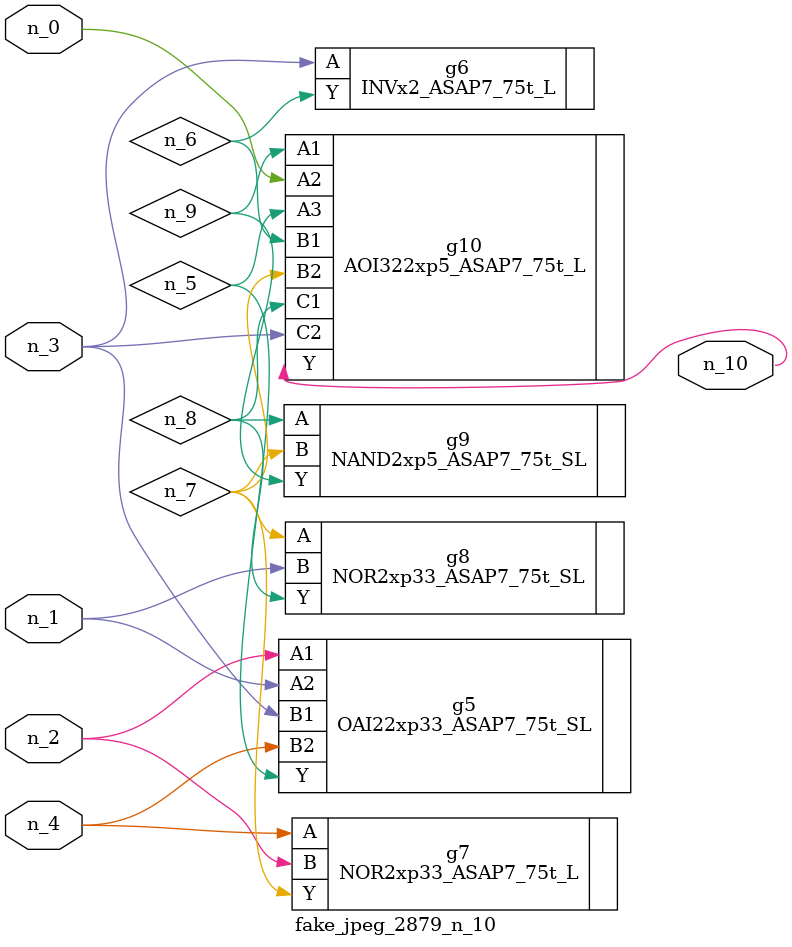
<source format=v>
module fake_jpeg_2879_n_10 (n_3, n_2, n_1, n_0, n_4, n_10);

input n_3;
input n_2;
input n_1;
input n_0;
input n_4;

output n_10;

wire n_8;
wire n_9;
wire n_6;
wire n_5;
wire n_7;

OAI22xp33_ASAP7_75t_SL g5 ( 
.A1(n_2),
.A2(n_1),
.B1(n_3),
.B2(n_4),
.Y(n_5)
);

INVx2_ASAP7_75t_L g6 ( 
.A(n_3),
.Y(n_6)
);

NOR2xp33_ASAP7_75t_L g7 ( 
.A(n_4),
.B(n_2),
.Y(n_7)
);

NOR2xp33_ASAP7_75t_SL g8 ( 
.A(n_7),
.B(n_1),
.Y(n_8)
);

NAND2xp5_ASAP7_75t_SL g9 ( 
.A(n_8),
.B(n_7),
.Y(n_9)
);

AOI322xp5_ASAP7_75t_L g10 ( 
.A1(n_9),
.A2(n_0),
.A3(n_5),
.B1(n_6),
.B2(n_7),
.C1(n_8),
.C2(n_3),
.Y(n_10)
);


endmodule
</source>
